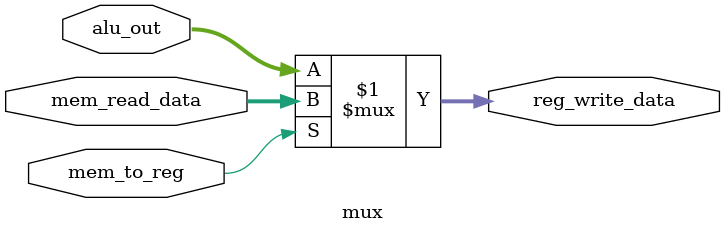
<source format=v>
module mux(mem_to_reg,mem_read_data,alu_out,reg_write_data);

input mem_to_reg;
input [31:0]mem_read_data,alu_out;

output wire [31:0]reg_write_data;

assign reg_write_data = mem_to_reg?(mem_read_data):(alu_out);
endmodule
</source>
